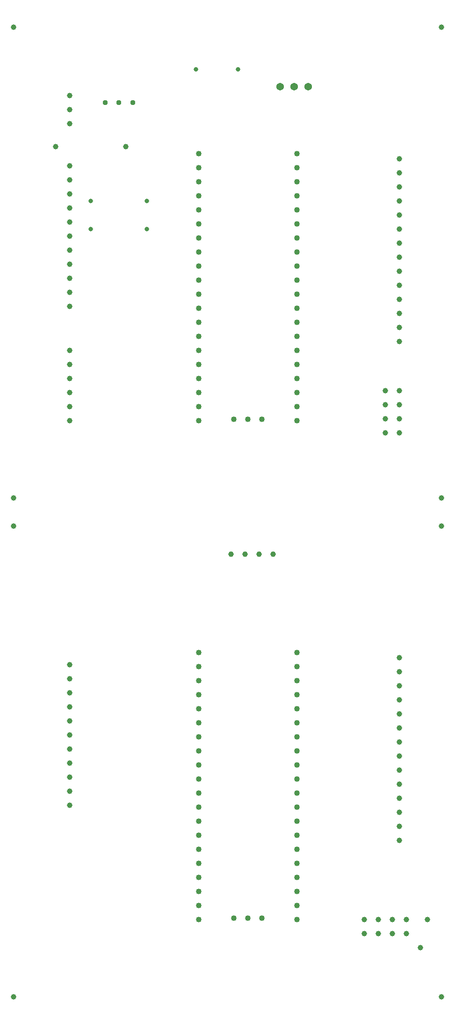
<source format=gbr>
%TF.GenerationSoftware,KiCad,Pcbnew,7.0.9*%
%TF.CreationDate,2023-11-30T12:00:33-05:00*%
%TF.ProjectId,sys_incendios,7379735f-696e-4636-956e-64696f732e6b,1.0*%
%TF.SameCoordinates,Original*%
%TF.FileFunction,Plated,1,2,PTH,Drill*%
%TF.FilePolarity,Positive*%
%FSLAX46Y46*%
G04 Gerber Fmt 4.6, Leading zero omitted, Abs format (unit mm)*
G04 Created by KiCad (PCBNEW 7.0.9) date 2023-11-30 12:00:33*
%MOMM*%
%LPD*%
G01*
G04 APERTURE LIST*
%TA.AperFunction,ComponentDrill*%
%ADD10C,0.800000*%
%TD*%
%TA.AperFunction,ComponentDrill*%
%ADD11C,0.950000*%
%TD*%
%TA.AperFunction,ComponentDrill*%
%ADD12C,1.000000*%
%TD*%
%TA.AperFunction,ComponentDrill*%
%ADD13C,1.020000*%
%TD*%
%TA.AperFunction,ComponentDrill*%
%ADD14C,1.370000*%
%TD*%
G04 APERTURE END LIST*
D10*
%TO.C,R2*%
X36830000Y-48260000D03*
%TO.C,R1*%
X36830000Y-53340000D03*
%TO.C,R2*%
X46990000Y-48260000D03*
%TO.C,R1*%
X46990000Y-53340000D03*
%TO.C,D1*%
X55880000Y-24495000D03*
X63500000Y-24495000D03*
D11*
%TO.C,J4*%
X39410000Y-30480000D03*
X41910000Y-30480000D03*
X44410000Y-30480000D03*
D12*
%TO.C,*%
X22860000Y-16875000D03*
X22860000Y-101965000D03*
X22860000Y-107045000D03*
X22860000Y-192135000D03*
X30480000Y-38465000D03*
%TO.C,J3*%
X33020000Y-29210000D03*
X33020000Y-31750000D03*
X33020000Y-34290000D03*
%TO.C,J5*%
X33020000Y-41910000D03*
X33020000Y-44450000D03*
X33020000Y-46990000D03*
X33020000Y-49530000D03*
X33020000Y-52070000D03*
X33020000Y-54610000D03*
X33020000Y-57150000D03*
X33020000Y-59690000D03*
X33020000Y-62230000D03*
X33020000Y-64770000D03*
X33020000Y-67310000D03*
%TO.C,J1*%
X33020000Y-75295000D03*
X33020000Y-77835000D03*
X33020000Y-80375000D03*
X33020000Y-82915000D03*
X33020000Y-85455000D03*
X33020000Y-87995000D03*
%TO.C,J5*%
X33020000Y-132080000D03*
X33020000Y-134620000D03*
X33020000Y-137160000D03*
X33020000Y-139700000D03*
X33020000Y-142240000D03*
X33020000Y-144780000D03*
X33020000Y-147320000D03*
X33020000Y-149860000D03*
X33020000Y-152400000D03*
X33020000Y-154940000D03*
X33020000Y-157480000D03*
%TO.C,*%
X43180000Y-38465000D03*
%TO.C,U1*%
X62240000Y-112150000D03*
X64780000Y-112150000D03*
X67320000Y-112150000D03*
X69860000Y-112150000D03*
%TO.C,U4*%
X86360000Y-178165000D03*
X86360000Y-180705000D03*
X88900000Y-178165000D03*
X88900000Y-180705000D03*
X90170000Y-82550000D03*
X90170000Y-85090000D03*
X90170000Y-87630000D03*
X90170000Y-90170000D03*
X91440000Y-178165000D03*
X91440000Y-180705000D03*
%TO.C,J2*%
X92710000Y-40640000D03*
X92710000Y-43180000D03*
X92710000Y-45720000D03*
X92710000Y-48260000D03*
X92710000Y-50800000D03*
X92710000Y-53340000D03*
X92710000Y-55880000D03*
X92710000Y-58420000D03*
X92710000Y-60960000D03*
X92710000Y-63500000D03*
X92710000Y-66040000D03*
X92710000Y-68580000D03*
X92710000Y-71120000D03*
X92710000Y-73660000D03*
%TO.C,U4*%
X92710000Y-82550000D03*
X92710000Y-85090000D03*
X92710000Y-87630000D03*
X92710000Y-90170000D03*
%TO.C,J2*%
X92710000Y-130810000D03*
X92710000Y-133350000D03*
X92710000Y-135890000D03*
X92710000Y-138430000D03*
X92710000Y-140970000D03*
X92710000Y-143510000D03*
X92710000Y-146050000D03*
X92710000Y-148590000D03*
X92710000Y-151130000D03*
X92710000Y-153670000D03*
X92710000Y-156210000D03*
X92710000Y-158750000D03*
X92710000Y-161290000D03*
X92710000Y-163830000D03*
%TO.C,U4*%
X93980000Y-178165000D03*
X93980000Y-180705000D03*
%TO.C,*%
X96520000Y-183245000D03*
X97790000Y-178165000D03*
X100330000Y-16875000D03*
X100330000Y-101965000D03*
X100330000Y-107045000D03*
X100330000Y-192135000D03*
D13*
%TO.C,U2*%
X56355000Y-39735000D03*
X56355000Y-42275000D03*
X56355000Y-44815000D03*
X56355000Y-47355000D03*
X56355000Y-49895000D03*
X56355000Y-52435000D03*
X56355000Y-54975000D03*
X56355000Y-57515000D03*
X56355000Y-60055000D03*
X56355000Y-62595000D03*
X56355000Y-65135000D03*
X56355000Y-67675000D03*
X56355000Y-70215000D03*
X56355000Y-72755000D03*
X56355000Y-75295000D03*
X56355000Y-77835000D03*
X56355000Y-80375000D03*
X56355000Y-82915000D03*
X56355000Y-85455000D03*
X56355000Y-87995000D03*
X56355000Y-129905000D03*
X56355000Y-132445000D03*
X56355000Y-134985000D03*
X56355000Y-137525000D03*
X56355000Y-140065000D03*
X56355000Y-142605000D03*
X56355000Y-145145000D03*
X56355000Y-147685000D03*
X56355000Y-150225000D03*
X56355000Y-152765000D03*
X56355000Y-155305000D03*
X56355000Y-157845000D03*
X56355000Y-160385000D03*
X56355000Y-162925000D03*
X56355000Y-165465000D03*
X56355000Y-168005000D03*
X56355000Y-170545000D03*
X56355000Y-173085000D03*
X56355000Y-175625000D03*
X56355000Y-178165000D03*
X62705000Y-87765000D03*
X62705000Y-177935000D03*
X65245000Y-87765000D03*
X65245000Y-177935000D03*
X67785000Y-87765000D03*
X67785000Y-177935000D03*
X74135000Y-39735000D03*
X74135000Y-42275000D03*
X74135000Y-44815000D03*
X74135000Y-47355000D03*
X74135000Y-49895000D03*
X74135000Y-52435000D03*
X74135000Y-54975000D03*
X74135000Y-57515000D03*
X74135000Y-60055000D03*
X74135000Y-62595000D03*
X74135000Y-65135000D03*
X74135000Y-67675000D03*
X74135000Y-70215000D03*
X74135000Y-72755000D03*
X74135000Y-75295000D03*
X74135000Y-77835000D03*
X74135000Y-80375000D03*
X74135000Y-82915000D03*
X74135000Y-85455000D03*
X74135000Y-87995000D03*
X74135000Y-129905000D03*
X74135000Y-132445000D03*
X74135000Y-134985000D03*
X74135000Y-137525000D03*
X74135000Y-140065000D03*
X74135000Y-142605000D03*
X74135000Y-145145000D03*
X74135000Y-147685000D03*
X74135000Y-150225000D03*
X74135000Y-152765000D03*
X74135000Y-155305000D03*
X74135000Y-157845000D03*
X74135000Y-160385000D03*
X74135000Y-162925000D03*
X74135000Y-165465000D03*
X74135000Y-168005000D03*
X74135000Y-170545000D03*
X74135000Y-173085000D03*
X74135000Y-175625000D03*
X74135000Y-178165000D03*
D14*
%TO.C,U1*%
X71110000Y-27642500D03*
X73660000Y-27642500D03*
X76210000Y-27642500D03*
M02*

</source>
